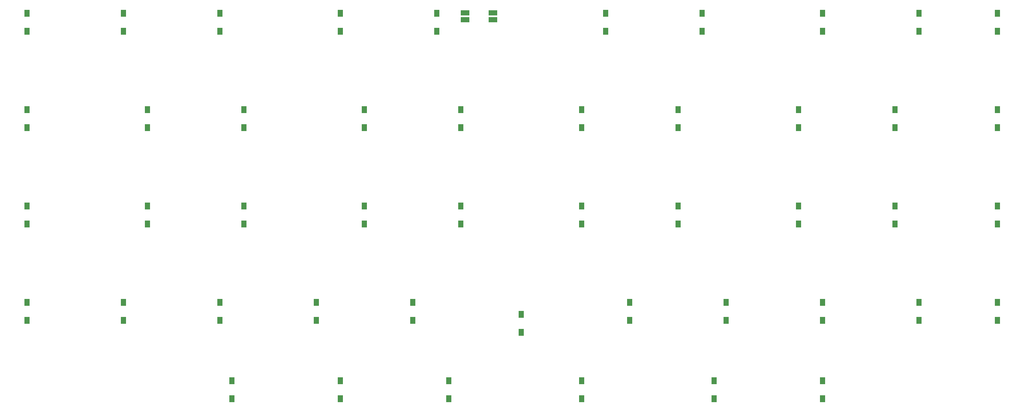
<source format=gbr>
G04 #@! TF.GenerationSoftware,KiCad,Pcbnew,(5.1.9)-1*
G04 #@! TF.CreationDate,2021-01-19T21:28:49+09:00*
G04 #@! TF.ProjectId,yuiop47,7975696f-7034-4372-9e6b-696361645f70,1*
G04 #@! TF.SameCoordinates,Original*
G04 #@! TF.FileFunction,Paste,Bot*
G04 #@! TF.FilePolarity,Positive*
%FSLAX46Y46*%
G04 Gerber Fmt 4.6, Leading zero omitted, Abs format (unit mm)*
G04 Created by KiCad (PCBNEW (5.1.9)-1) date 2021-01-19 21:28:49*
%MOMM*%
%LPD*%
G01*
G04 APERTURE LIST*
%ADD10R,1.000000X1.400000*%
%ADD11R,1.700000X1.000000*%
G04 APERTURE END LIST*
D10*
X60703100Y-79628100D03*
X60703100Y-76078100D03*
X79753100Y-76078100D03*
X79753100Y-79628100D03*
X98803100Y-79628100D03*
X98803100Y-76078100D03*
X122616000Y-76078100D03*
X122616000Y-79628100D03*
X141666000Y-79628100D03*
X141666000Y-76078100D03*
X175003000Y-76078100D03*
X175003000Y-79628100D03*
X194053000Y-79628100D03*
X194053000Y-76078100D03*
X217866000Y-76078100D03*
X217866000Y-79628100D03*
X236916000Y-79628100D03*
X236916000Y-76078100D03*
X252394000Y-76078100D03*
X252394000Y-79628100D03*
X60703100Y-98678100D03*
X60703100Y-95128100D03*
X84515600Y-95128100D03*
X84515600Y-98678100D03*
X103566000Y-98678100D03*
X103566000Y-95128100D03*
X127378000Y-95128100D03*
X127378000Y-98678100D03*
X146428000Y-98678100D03*
X146428000Y-95128100D03*
X170241000Y-98678100D03*
X170241000Y-95128100D03*
X189291000Y-95128100D03*
X189291000Y-98678100D03*
X213103000Y-95128100D03*
X213103000Y-98678100D03*
X232153000Y-98678100D03*
X232153000Y-95128100D03*
X252394000Y-95128100D03*
X252394000Y-98678100D03*
X60703100Y-117728000D03*
X60703100Y-114178000D03*
X84515600Y-114178000D03*
X84515600Y-117728000D03*
X103566000Y-117728000D03*
X103566000Y-114178000D03*
X127378000Y-117728000D03*
X127378000Y-114178000D03*
X146428000Y-114178000D03*
X146428000Y-117728000D03*
X170241000Y-117728000D03*
X170241000Y-114178000D03*
X189291000Y-114178000D03*
X189291000Y-117728000D03*
X213103000Y-117728000D03*
X213103000Y-114178000D03*
X232153000Y-114178000D03*
X232153000Y-117728000D03*
X252394000Y-114178000D03*
X252394000Y-117728000D03*
X60703100Y-136778000D03*
X60703100Y-133228000D03*
X79753100Y-133228000D03*
X79753100Y-136778000D03*
X98803100Y-136778000D03*
X98803100Y-133228000D03*
X117853000Y-133228000D03*
X117853000Y-136778000D03*
X136903000Y-133228000D03*
X136903000Y-136778000D03*
X179766000Y-133228000D03*
X179766000Y-136778000D03*
X198816000Y-133228000D03*
X198816000Y-136778000D03*
X217866000Y-133228000D03*
X217866000Y-136778000D03*
X236916000Y-133228000D03*
X236916000Y-136778000D03*
X252394000Y-136778000D03*
X252394000Y-133228000D03*
X101184000Y-152256000D03*
X101184000Y-148706000D03*
X122616000Y-152256000D03*
X122616000Y-148706000D03*
X144047000Y-152256000D03*
X144047000Y-148706000D03*
X158334000Y-139159000D03*
X158334000Y-135609000D03*
X170241000Y-152256000D03*
X170241000Y-148706000D03*
X196434000Y-152256000D03*
X196434000Y-148706000D03*
X217866000Y-148706000D03*
X217866000Y-152256000D03*
D11*
X152750000Y-77362500D03*
X152750000Y-75962500D03*
X147250000Y-77362500D03*
X147250000Y-75962500D03*
M02*

</source>
